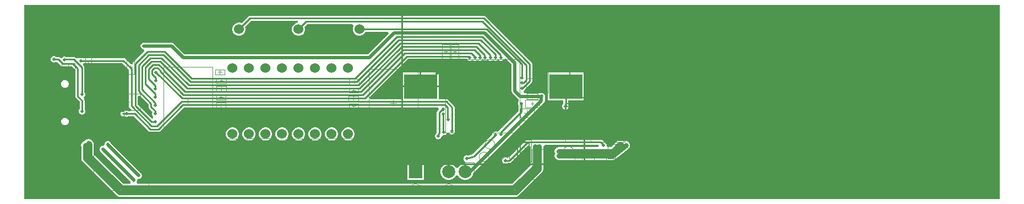
<source format=gbl>
G04*
G04 #@! TF.GenerationSoftware,Altium Limited,CircuitMaker,2.3.0 (2.3.0.3)*
G04*
G04 Layer_Physical_Order=2*
G04 Layer_Color=11436288*
%FSLAX24Y24*%
%MOIN*%
G70*
G04*
G04 #@! TF.SameCoordinates,62DF6C69-0E12-47AE-8EFD-CE483A3DE62D*
G04*
G04*
G04 #@! TF.FilePolarity,Positive*
G04*
G01*
G75*
%ADD10C,0.0039*%
%ADD11C,0.0059*%
%ADD12C,0.0020*%
%ADD13C,0.0100*%
%ADD14C,0.0079*%
%ADD15C,0.0050*%
%ADD95C,0.0200*%
%ADD96C,0.0300*%
%ADD102C,0.0195*%
%ADD103R,0.0787X0.0787*%
%ADD104C,0.0787*%
%ADD105C,0.0600*%
%ADD106C,0.1417*%
G04:AMPARAMS|DCode=107|XSize=39.4mil|YSize=86.6mil|CornerRadius=19.7mil|HoleSize=0mil|Usage=FLASHONLY|Rotation=270.000|XOffset=0mil|YOffset=0mil|HoleType=Round|Shape=RoundedRectangle|*
%AMROUNDEDRECTD107*
21,1,0.0394,0.0472,0,0,270.0*
21,1,0.0000,0.0866,0,0,270.0*
1,1,0.0394,-0.0236,0.0000*
1,1,0.0394,-0.0236,0.0000*
1,1,0.0394,0.0236,0.0000*
1,1,0.0394,0.0236,0.0000*
%
%ADD107ROUNDEDRECTD107*%
G04:AMPARAMS|DCode=108|XSize=39.4mil|YSize=78.7mil|CornerRadius=19.7mil|HoleSize=0mil|Usage=FLASHONLY|Rotation=270.000|XOffset=0mil|YOffset=0mil|HoleType=Round|Shape=RoundedRectangle|*
%AMROUNDEDRECTD108*
21,1,0.0394,0.0394,0,0,270.0*
21,1,0.0000,0.0787,0,0,270.0*
1,1,0.0394,-0.0197,0.0000*
1,1,0.0394,-0.0197,0.0000*
1,1,0.0394,0.0197,0.0000*
1,1,0.0394,0.0197,0.0000*
%
%ADD108ROUNDEDRECTD108*%
%ADD109C,0.0700*%
%ADD110C,0.0236*%
%ADD111R,0.2000X0.1500*%
G36*
X59066Y5D02*
X16D01*
Y11825D01*
X59066D01*
Y5D01*
D02*
G37*
%LPC*%
G36*
X27823Y11158D02*
X13676D01*
X13617Y11146D01*
X13568Y11113D01*
X13161Y10707D01*
X13160Y10708D01*
X13058Y10735D01*
X12953D01*
X12851Y10708D01*
X12760Y10655D01*
X12686Y10581D01*
X12633Y10489D01*
X12606Y10388D01*
Y10282D01*
X12633Y10181D01*
X12686Y10089D01*
X12760Y10015D01*
X12851Y9962D01*
X12953Y9935D01*
X13058D01*
X13160Y9962D01*
X13251Y10015D01*
X13326Y10089D01*
X13378Y10181D01*
X13406Y10282D01*
Y10388D01*
X13378Y10489D01*
X13378Y10491D01*
X13739Y10852D01*
X16553D01*
X16561Y10851D01*
X16563Y10735D01*
X16552Y10732D01*
X16461Y10708D01*
X16370Y10655D01*
X16296Y10581D01*
X16243Y10489D01*
X16216Y10388D01*
Y10282D01*
X16243Y10181D01*
X16296Y10089D01*
X16370Y10015D01*
X16461Y9962D01*
X16563Y9935D01*
X16668D01*
X16770Y9962D01*
X16861Y10015D01*
X16936Y10089D01*
X16988Y10181D01*
X17016Y10282D01*
Y10388D01*
X16988Y10489D01*
X16988Y10491D01*
X17147Y10650D01*
X19874D01*
X19942Y10532D01*
X19923Y10499D01*
X19896Y10398D01*
Y10292D01*
X19923Y10191D01*
X19976Y10099D01*
X20050Y10025D01*
X20141Y9972D01*
X20243Y9945D01*
X20348D01*
X20450Y9972D01*
X20541Y10025D01*
X20616Y10099D01*
X20668Y10191D01*
X20669Y10192D01*
X22037D01*
X22082Y10083D01*
X21263Y9264D01*
X21248Y9258D01*
X21193Y9202D01*
X21187Y9188D01*
X20818Y8819D01*
X9720D01*
X9080Y9459D01*
X9014Y9503D01*
X8936Y9519D01*
X7256D01*
X7178Y9503D01*
X7112Y9459D01*
X7067Y9393D01*
X7052Y9315D01*
X7067Y9237D01*
X7112Y9171D01*
X7178Y9127D01*
X7219Y9118D01*
X7224Y9117D01*
X7232Y9106D01*
X7261Y9036D01*
X7263Y8993D01*
X6620Y8350D01*
X6587Y8300D01*
X6577Y8247D01*
X6532Y8218D01*
X6466Y8191D01*
X6124Y8533D01*
X6074Y8566D01*
X6016Y8578D01*
X3552D01*
X3538Y8592D01*
X3465Y8622D01*
X3386D01*
X3314Y8592D01*
X3300Y8579D01*
X3151Y8562D01*
X3110Y8602D01*
X3061Y8635D01*
X3002Y8647D01*
X2558D01*
X2557Y8648D01*
X2485Y8678D01*
X2406D01*
X2334Y8648D01*
X2278Y8592D01*
X2162Y8621D01*
X2138Y8637D01*
X2080Y8649D01*
X1936D01*
X1921Y8664D01*
X1849Y8694D01*
X1770D01*
X1698Y8664D01*
X1642Y8608D01*
X1612Y8535D01*
Y8457D01*
X1642Y8384D01*
X1698Y8329D01*
X1770Y8299D01*
X1849D01*
X1921Y8329D01*
X2043Y8317D01*
X2235Y8125D01*
X2284Y8092D01*
X2343Y8080D01*
X2824D01*
X2841Y8083D01*
X2883D01*
X3092Y7874D01*
Y6258D01*
X3104Y6199D01*
X3137Y6149D01*
X3357Y5930D01*
Y5478D01*
X3342Y5463D01*
X3312Y5391D01*
Y5312D01*
X3342Y5240D01*
X3398Y5184D01*
X3471Y5154D01*
X3549D01*
X3622Y5184D01*
X3677Y5240D01*
X3707Y5312D01*
Y5391D01*
X3677Y5463D01*
X3663Y5478D01*
Y5993D01*
X3651Y6051D01*
X3634Y6077D01*
X3604Y6193D01*
X3660Y6248D01*
X3690Y6321D01*
Y6399D01*
X3660Y6472D01*
X3646Y6486D01*
Y8003D01*
X3634Y8062D01*
X3601Y8112D01*
X3563Y8150D01*
X3562Y8161D01*
X3607Y8272D01*
X5952D01*
X6343Y7882D01*
Y5675D01*
X6354Y5616D01*
X6388Y5567D01*
X6497Y5457D01*
X6452Y5348D01*
X6321D01*
X6304Y5365D01*
X6232Y5395D01*
X6153D01*
X6081Y5365D01*
X6063Y5348D01*
X5986D01*
X5927Y5336D01*
X5878Y5303D01*
X5844Y5253D01*
X5833Y5195D01*
X5844Y5136D01*
X5878Y5087D01*
X5927Y5054D01*
X5986Y5042D01*
X6069D01*
X6081Y5030D01*
X6153Y5000D01*
X6232D01*
X6304Y5030D01*
X6316Y5042D01*
X6630D01*
X7522Y4149D01*
X7572Y4116D01*
X7630Y4105D01*
X8131D01*
X8190Y4116D01*
X8239Y4149D01*
X9669Y5579D01*
X25057D01*
X25106Y5461D01*
X25030Y5386D01*
X24997Y5336D01*
X24985Y5277D01*
Y4070D01*
X24959Y4044D01*
X24926Y3994D01*
X24923Y3982D01*
X24900Y3958D01*
X24869Y3886D01*
Y3807D01*
X24900Y3735D01*
X24955Y3679D01*
X25028Y3649D01*
X25106D01*
X25179Y3679D01*
X25234Y3735D01*
X25264Y3807D01*
X25350Y3892D01*
X25373Y3893D01*
X25430D01*
X25503Y3923D01*
X25558Y3979D01*
X25585Y4044D01*
X25612Y4053D01*
X25706Y4060D01*
X25709Y4054D01*
X25724Y4016D01*
X25780Y3961D01*
X25852Y3931D01*
X25931D01*
X26004Y3961D01*
X26059Y4016D01*
X26089Y4089D01*
Y4167D01*
X26067Y4221D01*
Y5580D01*
X26055Y5638D01*
X26022Y5688D01*
X25669Y6041D01*
X25620Y6074D01*
X25561Y6085D01*
X25097D01*
Y6810D01*
X23999D01*
X22901D01*
Y6085D01*
X20939D01*
X20894Y6194D01*
X23232Y8532D01*
X26798D01*
X26818Y8483D01*
X26874Y8428D01*
X26946Y8397D01*
X27025D01*
X27098Y8428D01*
X27146Y8476D01*
X27184Y8438D01*
X27256Y8407D01*
X27335D01*
X27408Y8438D01*
X27457Y8487D01*
X27495Y8449D01*
X27568Y8419D01*
X27646D01*
X27719Y8449D01*
X27763Y8493D01*
X27799Y8456D01*
X27872Y8426D01*
X27950D01*
X28023Y8456D01*
X28065Y8499D01*
X28119Y8446D01*
X28192Y8416D01*
X28270D01*
X28343Y8446D01*
X28386Y8489D01*
X28431Y8444D01*
X28504Y8414D01*
X28582D01*
X28655Y8444D01*
X28706Y8495D01*
X28752Y8449D01*
X28824Y8419D01*
X28903D01*
X28976Y8449D01*
X29027Y8500D01*
X29032Y8504D01*
X29168Y8526D01*
X29512Y8182D01*
Y6585D01*
X29527Y6507D01*
X29572Y6441D01*
X29902Y6111D01*
X29902Y6111D01*
X29935Y6088D01*
X29945Y6066D01*
X29955Y5982D01*
X29950Y5950D01*
X29927Y5926D01*
X29897Y5853D01*
Y5775D01*
X29927Y5702D01*
X29941Y5688D01*
Y5360D01*
X29686Y5105D01*
X29670Y5095D01*
X28751Y4175D01*
X28746Y4168D01*
X28704Y4124D01*
X28595Y4113D01*
X28593Y4114D01*
X28514D01*
X28442Y4084D01*
X28386Y4028D01*
X28356Y3955D01*
Y3935D01*
X27156Y2735D01*
X26876Y2651D01*
X26840Y2666D01*
X26761D01*
X26688Y2636D01*
X26633Y2580D01*
X26603Y2508D01*
Y2429D01*
X26633Y2357D01*
X26688Y2301D01*
X26716Y2290D01*
X26692Y2172D01*
X26640D01*
X26515Y2138D01*
X26402Y2073D01*
X26310Y1981D01*
X26270Y1911D01*
X26269Y1911D01*
X26141D01*
X26140Y1911D01*
X26100Y1981D01*
X26008Y2073D01*
X25896Y2138D01*
X25770Y2172D01*
X25640D01*
X25515Y2138D01*
X25402Y2073D01*
X25310Y1981D01*
X25245Y1869D01*
X25212Y1743D01*
Y1613D01*
X25245Y1487D01*
X25310Y1375D01*
X25402Y1283D01*
X25515Y1218D01*
X25640Y1184D01*
X25770D01*
X25896Y1218D01*
X26008Y1283D01*
X26100Y1375D01*
X26140Y1445D01*
X26141Y1445D01*
X26269D01*
X26270Y1445D01*
X26310Y1375D01*
X26402Y1283D01*
X26515Y1218D01*
X26640Y1184D01*
X26770D01*
X26896Y1218D01*
X27008Y1283D01*
X27100Y1375D01*
X27165Y1487D01*
X27187Y1567D01*
X31466Y5846D01*
X31466Y5846D01*
X31510Y5912D01*
X31526Y5990D01*
X31526Y5990D01*
Y6207D01*
X31537Y6233D01*
Y6312D01*
X31507Y6384D01*
X31451Y6440D01*
X31378Y6470D01*
X31300D01*
X31273Y6459D01*
X30265D01*
X30242Y6577D01*
X30261Y6585D01*
X30317Y6640D01*
X30340Y6697D01*
X30714Y7071D01*
X30748Y7121D01*
X30759Y7180D01*
Y8221D01*
X30748Y8280D01*
X30714Y8330D01*
X27931Y11113D01*
X27881Y11146D01*
X27823Y11158D01*
D02*
G37*
G36*
X25097Y7708D02*
X24048D01*
Y6908D01*
X25097D01*
Y7708D01*
D02*
G37*
G36*
X23950D02*
X22901D01*
Y6908D01*
X23950D01*
Y7708D01*
D02*
G37*
G36*
X2509Y7237D02*
X2418D01*
X2335Y7203D01*
X2270Y7139D01*
X2236Y7055D01*
Y6964D01*
X2270Y6880D01*
X2335Y6816D01*
X2418Y6781D01*
X2509D01*
X2593Y6816D01*
X2657Y6880D01*
X2692Y6964D01*
Y7055D01*
X2657Y7139D01*
X2593Y7203D01*
X2509Y7237D01*
D02*
G37*
G36*
X33899Y7709D02*
X31699D01*
Y6009D01*
X32646D01*
Y5790D01*
X32616Y5760D01*
X32586Y5688D01*
Y5609D01*
X32616Y5537D01*
X32672Y5481D01*
X32744Y5451D01*
X32823D01*
X32895Y5481D01*
X32951Y5537D01*
X32981Y5609D01*
Y5688D01*
X32952Y5758D01*
Y6009D01*
X33899D01*
Y7709D01*
D02*
G37*
G36*
X2509Y4954D02*
X2418D01*
X2335Y4919D01*
X2270Y4855D01*
X2236Y4771D01*
Y4681D01*
X2270Y4597D01*
X2335Y4533D01*
X2418Y4498D01*
X2509D01*
X2593Y4533D01*
X2657Y4597D01*
X2692Y4681D01*
Y4771D01*
X2657Y4855D01*
X2593Y4919D01*
X2509Y4954D01*
D02*
G37*
G36*
X19668Y4365D02*
X19563D01*
X19461Y4338D01*
X19370Y4285D01*
X19296Y4211D01*
X19243Y4119D01*
X19216Y4018D01*
Y3912D01*
X19243Y3811D01*
X19296Y3719D01*
X19370Y3645D01*
X19461Y3592D01*
X19563Y3565D01*
X19668D01*
X19770Y3592D01*
X19861Y3645D01*
X19936Y3719D01*
X19988Y3811D01*
X20016Y3912D01*
Y4018D01*
X19988Y4119D01*
X19936Y4211D01*
X19861Y4285D01*
X19770Y4338D01*
X19668Y4365D01*
D02*
G37*
G36*
X18668D02*
X18563D01*
X18461Y4338D01*
X18370Y4285D01*
X18296Y4211D01*
X18243Y4119D01*
X18216Y4018D01*
Y3912D01*
X18243Y3811D01*
X18296Y3719D01*
X18370Y3645D01*
X18461Y3592D01*
X18563Y3565D01*
X18668D01*
X18770Y3592D01*
X18861Y3645D01*
X18936Y3719D01*
X18988Y3811D01*
X19016Y3912D01*
Y4018D01*
X18988Y4119D01*
X18936Y4211D01*
X18861Y4285D01*
X18770Y4338D01*
X18668Y4365D01*
D02*
G37*
G36*
X17668D02*
X17563D01*
X17461Y4338D01*
X17370Y4285D01*
X17296Y4211D01*
X17243Y4119D01*
X17216Y4018D01*
Y3912D01*
X17243Y3811D01*
X17296Y3719D01*
X17370Y3645D01*
X17461Y3592D01*
X17563Y3565D01*
X17668D01*
X17770Y3592D01*
X17861Y3645D01*
X17936Y3719D01*
X17988Y3811D01*
X18016Y3912D01*
Y4018D01*
X17988Y4119D01*
X17936Y4211D01*
X17861Y4285D01*
X17770Y4338D01*
X17668Y4365D01*
D02*
G37*
G36*
X16668D02*
X16563D01*
X16461Y4338D01*
X16370Y4285D01*
X16296Y4211D01*
X16243Y4119D01*
X16216Y4018D01*
Y3912D01*
X16243Y3811D01*
X16296Y3719D01*
X16370Y3645D01*
X16461Y3592D01*
X16563Y3565D01*
X16668D01*
X16770Y3592D01*
X16861Y3645D01*
X16936Y3719D01*
X16988Y3811D01*
X17016Y3912D01*
Y4018D01*
X16988Y4119D01*
X16936Y4211D01*
X16861Y4285D01*
X16770Y4338D01*
X16668Y4365D01*
D02*
G37*
G36*
X15668D02*
X15563D01*
X15461Y4338D01*
X15370Y4285D01*
X15296Y4211D01*
X15243Y4119D01*
X15216Y4018D01*
Y3912D01*
X15243Y3811D01*
X15296Y3719D01*
X15370Y3645D01*
X15461Y3592D01*
X15563Y3565D01*
X15668D01*
X15770Y3592D01*
X15861Y3645D01*
X15936Y3719D01*
X15988Y3811D01*
X16016Y3912D01*
Y4018D01*
X15988Y4119D01*
X15936Y4211D01*
X15861Y4285D01*
X15770Y4338D01*
X15668Y4365D01*
D02*
G37*
G36*
X14668D02*
X14563D01*
X14461Y4338D01*
X14370Y4285D01*
X14296Y4211D01*
X14243Y4119D01*
X14216Y4018D01*
Y3912D01*
X14243Y3811D01*
X14296Y3719D01*
X14370Y3645D01*
X14461Y3592D01*
X14563Y3565D01*
X14668D01*
X14770Y3592D01*
X14861Y3645D01*
X14936Y3719D01*
X14988Y3811D01*
X15016Y3912D01*
Y4018D01*
X14988Y4119D01*
X14936Y4211D01*
X14861Y4285D01*
X14770Y4338D01*
X14668Y4365D01*
D02*
G37*
G36*
X13668D02*
X13563D01*
X13461Y4338D01*
X13370Y4285D01*
X13296Y4211D01*
X13243Y4119D01*
X13216Y4018D01*
Y3912D01*
X13243Y3811D01*
X13296Y3719D01*
X13370Y3645D01*
X13461Y3592D01*
X13563Y3565D01*
X13668D01*
X13770Y3592D01*
X13861Y3645D01*
X13936Y3719D01*
X13988Y3811D01*
X14016Y3912D01*
Y4018D01*
X13988Y4119D01*
X13936Y4211D01*
X13861Y4285D01*
X13770Y4338D01*
X13668Y4365D01*
D02*
G37*
G36*
X12668D02*
X12563D01*
X12461Y4338D01*
X12370Y4285D01*
X12296Y4211D01*
X12243Y4119D01*
X12216Y4018D01*
Y3912D01*
X12243Y3811D01*
X12296Y3719D01*
X12370Y3645D01*
X12461Y3592D01*
X12563Y3565D01*
X12668D01*
X12770Y3592D01*
X12861Y3645D01*
X12936Y3719D01*
X12988Y3811D01*
X13016Y3912D01*
Y4018D01*
X12988Y4119D01*
X12936Y4211D01*
X12861Y4285D01*
X12770Y4338D01*
X12668Y4365D01*
D02*
G37*
G36*
X3892Y3674D02*
X3794Y3655D01*
X3711Y3600D01*
X3656Y3517D01*
X3655Y3513D01*
X3598Y3501D01*
X3516Y3446D01*
X3460Y3363D01*
X3441Y3266D01*
X3460Y3168D01*
X3466Y3160D01*
Y2468D01*
X3486Y2370D01*
X3541Y2288D01*
X5598Y230D01*
X5681Y175D01*
X5779Y156D01*
X29761D01*
X29859Y175D01*
X29941Y230D01*
X31353Y1642D01*
X31409Y1725D01*
X31428Y1823D01*
Y3213D01*
X31529Y3312D01*
X34768D01*
X34796Y3288D01*
X34757Y3183D01*
X34742Y3170D01*
X32375D01*
X32277Y3150D01*
X32195Y3095D01*
X32139Y3012D01*
X32120Y2915D01*
X32139Y2817D01*
X32164Y2781D01*
X32138Y2742D01*
X32118Y2645D01*
X32138Y2547D01*
X32193Y2465D01*
X32275Y2409D01*
X32373Y2390D01*
X35646D01*
X35682Y2397D01*
X35718Y2400D01*
X35730Y2407D01*
X35743Y2409D01*
X35774Y2430D01*
X35806Y2447D01*
X36437Y2957D01*
X36439Y2959D01*
X36439Y2959D01*
X36439Y2959D01*
X36593Y3083D01*
X36657Y3160D01*
X36687Y3255D01*
X36678Y3354D01*
X36631Y3442D01*
X36555Y3505D01*
X36460Y3535D01*
X36361Y3526D01*
X36304Y3496D01*
X36255Y3529D01*
X36157Y3549D01*
X36020D01*
X35923Y3529D01*
X35840Y3474D01*
X35536Y3170D01*
X35310D01*
X35273Y3226D01*
Y3304D01*
X35243Y3377D01*
X35188Y3432D01*
X35148Y3449D01*
X35024Y3573D01*
X34975Y3606D01*
X34916Y3618D01*
X30492D01*
X30433Y3606D01*
X30384Y3573D01*
X29374Y2563D01*
X29264Y2522D01*
X29192Y2552D01*
X29113D01*
X29041Y2522D01*
X28985Y2466D01*
X28955Y2393D01*
Y2315D01*
X28985Y2242D01*
X29041Y2187D01*
X29113Y2157D01*
X29192D01*
X29264Y2187D01*
X29278Y2200D01*
X29343Y2199D01*
X29344Y2200D01*
X29344Y2199D01*
X29380D01*
X29438Y2211D01*
X29488Y2244D01*
X30502Y3259D01*
X30568Y3256D01*
X30674Y3215D01*
Y2080D01*
X29542Y948D01*
X6866D01*
X6835Y992D01*
X6805Y1066D01*
X6827Y1119D01*
Y1146D01*
X6841Y1169D01*
X6926Y1235D01*
X6942Y1242D01*
X6965Y1246D01*
X6971D01*
X6978Y1249D01*
X7010Y1256D01*
X7038Y1274D01*
X7044Y1277D01*
X7049Y1281D01*
X7076Y1300D01*
X7095Y1327D01*
X7099Y1332D01*
X7102Y1338D01*
X7120Y1366D01*
X7127Y1398D01*
X7130Y1405D01*
Y1411D01*
X7136Y1444D01*
X7130Y1476D01*
Y1483D01*
X7127Y1489D01*
X7120Y1522D01*
X7102Y1550D01*
X7099Y1556D01*
X7095Y1560D01*
X7076Y1588D01*
X5242Y3422D01*
X5234Y3442D01*
X5178Y3497D01*
X5106Y3527D01*
X5027D01*
X4955Y3497D01*
X4899Y3442D01*
X4869Y3369D01*
Y3342D01*
X4853Y3314D01*
X4840Y3296D01*
X4775Y3255D01*
X4755Y3246D01*
X4732Y3242D01*
X4725D01*
X4719Y3239D01*
X4686Y3233D01*
X4659Y3214D01*
X4653Y3212D01*
X4648Y3207D01*
X4620Y3189D01*
X4602Y3161D01*
X4597Y3156D01*
X4595Y3150D01*
X4576Y3123D01*
X4570Y3090D01*
X4567Y3084D01*
Y3077D01*
X4561Y3044D01*
X4567Y3012D01*
Y3005D01*
X4570Y2999D01*
X4576Y2966D01*
X4595Y2939D01*
X4597Y2933D01*
X4602Y2928D01*
X4620Y2900D01*
X6454Y1066D01*
X6455Y1066D01*
X6425Y992D01*
X6394Y948D01*
X6003D01*
X4231Y2720D01*
Y3335D01*
X4211Y3433D01*
X4156Y3516D01*
X4072Y3600D01*
X3989Y3655D01*
X3892Y3674D01*
D02*
G37*
G36*
X24199Y2172D02*
X23212D01*
Y1184D01*
X24199D01*
Y2172D01*
D02*
G37*
%LPD*%
G36*
X7535Y5749D02*
Y5622D01*
X7547Y5564D01*
X7580Y5514D01*
X7778Y5316D01*
X7768Y5307D01*
X7738Y5234D01*
Y5156D01*
X7768Y5083D01*
X7809Y5042D01*
X7807Y4963D01*
X7795Y4916D01*
X7740Y4896D01*
X6881Y5755D01*
Y6249D01*
X6990Y6294D01*
X7535Y5749D01*
D02*
G37*
D10*
X4197Y3888D02*
X7544D01*
Y542D02*
Y3888D01*
X4197Y542D02*
X7544D01*
X4197D02*
Y3888D01*
X26015Y640D02*
G03*
X26015Y640I-295J0D01*
G01*
X33251Y2925D02*
G03*
X33251Y2925I-295J0D01*
G01*
X5818Y9449D02*
G03*
X5818Y9449I-295J0D01*
G01*
X6859Y9444D02*
G03*
X6859Y9444I-295J0D01*
G01*
X4780Y9454D02*
G03*
X4780Y9454I-295J0D01*
G01*
X28144Y2582D02*
G03*
X28144Y2582I-295J0D01*
G01*
X28494Y3332D02*
G03*
X28494Y3332I-295J0D01*
G01*
X32941Y1465D02*
G03*
X32941Y1465I-295J0D01*
G01*
X23988Y649D02*
G03*
X23988Y649I-295J0D01*
G01*
X4542Y7346D02*
Y7563D01*
X4434Y7455D02*
X4651D01*
X35147Y4818D02*
X35541D01*
X35344Y4621D02*
Y5015D01*
X19835Y6135D02*
X20051D01*
X19943Y6027D02*
Y6243D01*
X5983Y5913D02*
X6377D01*
X6180Y5717D02*
Y6110D01*
X14134Y3066D02*
X14528D01*
X14331Y2869D02*
Y3263D01*
X23154Y1127D02*
X27249D01*
Y2229D01*
X23154D02*
X27249D01*
X23154Y1127D02*
Y2229D01*
X27562Y6272D02*
X27956D01*
X27759Y6075D02*
Y6469D01*
X1573Y7947D02*
Y8163D01*
X1465Y8055D02*
X1681D01*
X2676Y7947D02*
Y8163D01*
X2567Y8055D02*
X2784D01*
X19965Y5027D02*
Y5243D01*
X19857Y5135D02*
X20074D01*
X20426Y4012D02*
Y4228D01*
X20317Y4120D02*
X20534D01*
X18047Y2987D02*
X18264D01*
X18155Y2879D02*
Y3095D01*
X15908Y3001D02*
X16125D01*
X16017Y2893D02*
Y3109D01*
X13173Y2978D02*
X13390D01*
X13281Y2870D02*
Y3087D01*
X11029Y2946D02*
X11246D01*
X11138Y2838D02*
Y3054D01*
X19218Y2866D02*
Y3260D01*
X19021Y3063D02*
X19414D01*
X17093Y2863D02*
Y3257D01*
X16897Y3060D02*
X17290D01*
X12228Y2865D02*
Y3259D01*
X12032Y3062D02*
X12425D01*
X11904Y5137D02*
Y5353D01*
X11796Y5245D02*
X12012D01*
X11909Y4612D02*
Y4829D01*
X11801Y4720D02*
X12017D01*
X22351Y5661D02*
Y6055D01*
X22154Y5858D02*
X22548D01*
X20874Y7925D02*
X23827D01*
X20874Y3791D02*
X23827D01*
X20874D02*
Y7925D01*
X23827Y3791D02*
Y7925D01*
X9922Y5775D02*
Y6169D01*
X9725Y5972D02*
X10119D01*
X8445Y3905D02*
X11398D01*
X8445Y8039D02*
X11398D01*
Y3905D02*
Y8039D01*
X8445Y3905D02*
Y8039D01*
X29492Y2925D02*
X29709D01*
X29600Y2816D02*
Y3033D01*
X30300Y2738D02*
Y3131D01*
X30104Y2935D02*
X30497D01*
X31876Y2037D02*
Y2253D01*
X31767Y2145D02*
X31984D01*
X30979Y2125D02*
X31373D01*
X31176Y1928D02*
Y2322D01*
X33278Y1975D02*
X33514D01*
X33396Y1857D02*
Y2093D01*
X36983Y2452D02*
Y2688D01*
X36865Y2570D02*
X37101D01*
X33546Y2487D02*
Y2703D01*
X33437Y2595D02*
X33654D01*
X34007Y2845D02*
X34224D01*
X34116Y2737D02*
Y2953D01*
X34870Y1754D02*
Y2148D01*
X34673Y1951D02*
X35067D01*
X35576Y2786D02*
Y3002D01*
X35467Y2894D02*
X35684D01*
X33189Y4745D02*
X33583D01*
X33386Y4548D02*
Y4942D01*
X33536Y10418D02*
Y10812D01*
X33339Y10615D02*
X33733D01*
X37001Y5712D02*
Y5948D01*
X36883Y5830D02*
X37119D01*
X36956Y8617D02*
Y8853D01*
X36838Y8735D02*
X37074D01*
X42871Y8652D02*
Y8888D01*
X42753Y8770D02*
X42989D01*
X42849Y2426D02*
Y2662D01*
X42731Y2544D02*
X42967D01*
X42735Y5675D02*
X42972D01*
X42853Y5557D02*
Y5793D01*
X48690Y5642D02*
Y5878D01*
X48572Y5760D02*
X48809D01*
X48728Y8837D02*
Y9073D01*
X48610Y8955D02*
X48846D01*
X48606Y2457D02*
Y2693D01*
X48488Y2575D02*
X48724D01*
X54878Y2685D02*
X55114D01*
X54996Y2567D02*
Y2803D01*
X54835Y5815D02*
X55072D01*
X54953Y5697D02*
Y5933D01*
X54893Y8847D02*
Y9083D01*
X54775Y8965D02*
X55012D01*
X33791Y9923D02*
X34007D01*
X33899Y9815D02*
Y10032D01*
X34509Y7905D02*
X34903D01*
X34706Y7708D02*
Y8102D01*
X26066Y8877D02*
Y9093D01*
X25957Y8985D02*
X26174D01*
X11823Y6713D02*
X12040D01*
X11932Y6605D02*
Y6822D01*
X11832Y7213D02*
X12049D01*
X11940Y7105D02*
Y7322D01*
X11810Y5715D02*
X12026D01*
X11918Y5607D02*
Y5823D01*
X11812Y6203D02*
X12029D01*
X11921Y6094D02*
Y6311D01*
X11748Y7734D02*
X11964D01*
X11856Y7625D02*
Y7842D01*
X30259Y5252D02*
X30653D01*
X30456Y5055D02*
Y5448D01*
X19847Y6625D02*
X20063D01*
X19955Y6517D02*
Y6733D01*
X19845Y5665D02*
X20062D01*
X19953Y5557D02*
Y5773D01*
X5570Y5175D02*
X5806D01*
X5688Y5057D02*
Y5293D01*
X3886Y8930D02*
Y9146D01*
X3777Y9038D02*
X3994D01*
X30769Y6144D02*
Y6361D01*
X30661Y6252D02*
X30877D01*
X3778Y8265D02*
X3994D01*
X3886Y8157D02*
Y8373D01*
X19859Y7149D02*
X20076D01*
X19968Y7040D02*
Y7257D01*
X30531Y6902D02*
X30747D01*
X30639Y6794D02*
Y7011D01*
X6326Y8027D02*
X6542D01*
X6434Y7918D02*
Y8135D01*
X3396Y8927D02*
Y9143D01*
X3287Y9035D02*
X3504D01*
X31319Y6941D02*
Y7335D01*
X31122Y7138D02*
X31516D01*
X19877Y4750D02*
X20094D01*
X19985Y4642D02*
Y4858D01*
X25417Y8986D02*
X25634D01*
X25526Y8878D02*
Y9094D01*
X30768Y5694D02*
Y5911D01*
X30660Y5802D02*
X30876D01*
X5100Y4228D02*
Y4622D01*
X4904Y4425D02*
X5297D01*
D11*
X30576Y2385D02*
Y3485D01*
X30025Y2385D02*
X30576D01*
X30025D02*
Y3485D01*
X30576D01*
X31044Y6588D02*
Y7688D01*
X31595D01*
Y6588D02*
Y7688D01*
X31044Y6588D02*
X31595D01*
X32811Y3839D02*
X33961D01*
Y5650D01*
X32811D02*
X33961D01*
X32811Y3839D02*
Y5650D01*
D12*
X4306Y7022D02*
X4779D01*
X4306Y7888D02*
X4779D01*
X4306Y7022D02*
Y7888D01*
X4779Y7022D02*
Y7888D01*
X36388Y3480D02*
Y6157D01*
X34301Y3480D02*
Y6157D01*
X36388D01*
X34301Y3480D02*
X36388D01*
X19648Y5977D02*
Y6292D01*
X20238Y5977D02*
Y6292D01*
X19648D02*
X20238D01*
X19648Y5977D02*
X20238D01*
X5334Y5402D02*
Y6425D01*
X7027Y5402D02*
Y6425D01*
X5334D02*
X7027D01*
X5334Y5402D02*
X7027D01*
X13465Y2436D02*
Y3696D01*
X15197Y2436D02*
Y3696D01*
X13465D02*
X15197D01*
X13465Y2436D02*
X15197D01*
X30003Y4028D02*
Y8516D01*
X25515Y4028D02*
Y8516D01*
Y4028D02*
X30003D01*
X25515Y8516D02*
X30003D01*
X1160Y7838D02*
X1987D01*
X1160Y8271D02*
X1987D01*
Y7838D02*
Y8271D01*
X1160Y7838D02*
Y8271D01*
X2262Y8271D02*
X3089D01*
X2262Y7838D02*
X3089D01*
X2262D02*
Y8271D01*
X3089Y7838D02*
Y8271D01*
X19623Y4958D02*
X20307D01*
X19623Y5312D02*
X20307D01*
Y4958D02*
Y5312D01*
X19623Y4958D02*
Y5312D01*
X20084Y3943D02*
X20768D01*
X20084Y4297D02*
X20768D01*
Y3943D02*
Y4297D01*
X20084Y3943D02*
Y4297D01*
X18333Y2645D02*
Y3329D01*
X17978Y2645D02*
Y3329D01*
X18333D01*
X17978Y2645D02*
X18333D01*
X16194Y2659D02*
Y3343D01*
X15840Y2659D02*
Y3343D01*
X16194D01*
X15840Y2659D02*
X16194D01*
X13459Y2637D02*
Y3320D01*
X13104Y2637D02*
Y3320D01*
X13459D01*
X13104Y2637D02*
X13459D01*
X11315Y2604D02*
Y3288D01*
X10961Y2604D02*
Y3288D01*
X11315D01*
X10961Y2604D02*
X11315D01*
X18351Y2433D02*
X20084D01*
X18351Y3693D02*
X20084D01*
Y2433D02*
Y3693D01*
X18351Y2433D02*
Y3693D01*
X16227Y2430D02*
X17960D01*
X16227Y3690D02*
X17960D01*
Y2430D02*
Y3690D01*
X16227Y2430D02*
Y3690D01*
X11362Y2432D02*
X13094D01*
X11362Y3692D02*
X13094D01*
Y2432D02*
Y3692D01*
X11362Y2432D02*
Y3692D01*
X11562Y5422D02*
X12246D01*
X11562Y5068D02*
X12246D01*
X11562D02*
Y5422D01*
X12246Y5068D02*
Y5422D01*
X11567Y4897D02*
X12251D01*
X11567Y4543D02*
X12251D01*
X11567D02*
Y4897D01*
X12251Y4543D02*
Y4897D01*
X31201Y4113D02*
X31595D01*
X31398Y3916D02*
Y4310D01*
X32776Y3444D02*
Y4782D01*
X30020D02*
X32776D01*
X30020Y3444D02*
Y4782D01*
Y3444D02*
X32776D01*
X29364Y2492D02*
Y3358D01*
X29837Y2492D02*
Y3358D01*
X29364Y2492D02*
X29837D01*
X29364Y3358D02*
X29837D01*
X29887Y3604D02*
X30714D01*
X29887Y2265D02*
X30714D01*
Y3604D01*
X29887Y2265D02*
Y3604D01*
X31640Y2578D02*
X32112D01*
X31640Y1712D02*
X32112D01*
Y2578D01*
X31640Y1712D02*
Y2578D01*
X30723Y1219D02*
Y3030D01*
X31628Y1219D02*
Y3030D01*
X30723Y1219D02*
X31628D01*
X30723Y3030D02*
X31628D01*
X33750Y1798D02*
Y2152D01*
X33041Y1798D02*
Y2152D01*
Y1798D02*
X33750D01*
X33041Y2152D02*
X33750D01*
X36688Y2412D02*
X37279D01*
X36688Y2727D02*
X37279D01*
Y2412D02*
Y2727D01*
X36688Y2412D02*
Y2727D01*
X33329Y2182D02*
X33762D01*
X33329Y3008D02*
X33762D01*
X33329Y2182D02*
Y3008D01*
X33762Y2182D02*
Y3008D01*
X33820Y2687D02*
Y3002D01*
X34411Y2687D02*
Y3002D01*
X33820D02*
X34411D01*
X33820Y2687D02*
X34411D01*
X34496Y1203D02*
X35244D01*
X34496Y2699D02*
X35244D01*
X34496Y1203D02*
Y2699D01*
X35244Y1203D02*
Y2699D01*
X35340Y2461D02*
X35812D01*
X35340Y3327D02*
X35812D01*
X35340Y2461D02*
Y3327D01*
X35812Y2461D02*
Y3327D01*
X32630Y11068D02*
X34441D01*
X32630Y10162D02*
X34441D01*
X32630D02*
Y11068D01*
X34441Y10162D02*
Y11068D01*
X36706Y5672D02*
X37296D01*
X36706Y5987D02*
X37296D01*
Y5672D02*
Y5987D01*
X36706Y5672D02*
Y5987D01*
X36660Y8577D02*
X37251D01*
X36660Y8892D02*
X37251D01*
Y8577D02*
Y8892D01*
X36660Y8577D02*
Y8892D01*
X42576Y8612D02*
X43166D01*
X42576Y8927D02*
X43166D01*
Y8612D02*
Y8927D01*
X42576Y8612D02*
Y8927D01*
X42553Y2387D02*
X43144D01*
X42553Y2702D02*
X43144D01*
Y2387D02*
Y2702D01*
X42553Y2387D02*
Y2702D01*
X42558Y5517D02*
Y5832D01*
X43149Y5517D02*
Y5832D01*
X42558D02*
X43149D01*
X42558Y5517D02*
X43149D01*
X48395Y5602D02*
X48986D01*
X48395Y5917D02*
X48986D01*
Y5602D02*
Y5917D01*
X48395Y5602D02*
Y5917D01*
X48433Y8797D02*
X49023D01*
X48433Y9112D02*
X49023D01*
Y8797D02*
Y9112D01*
X48433Y8797D02*
Y9112D01*
X48310Y2417D02*
X48901D01*
X48310Y2732D02*
X48901D01*
Y2417D02*
Y2732D01*
X48310Y2417D02*
Y2732D01*
X54700Y2527D02*
Y2842D01*
X55291Y2527D02*
Y2842D01*
X54700D02*
X55291D01*
X54700Y2527D02*
X55291D01*
X54658Y5657D02*
Y5972D01*
X55249Y5657D02*
Y5972D01*
X54658D02*
X55249D01*
X54658Y5657D02*
X55249D01*
X54598Y8807D02*
X55189D01*
X54598Y9122D02*
X55189D01*
Y8807D02*
Y9122D01*
X54598Y8807D02*
Y9122D01*
X34332Y9687D02*
Y10160D01*
X33466Y9687D02*
Y10160D01*
Y9687D02*
X34332D01*
X33466Y10160D02*
X34332D01*
X25830Y9418D02*
X26302D01*
X25830Y8552D02*
X26302D01*
Y9418D01*
X25830Y8552D02*
Y9418D01*
X12227Y6556D02*
Y6871D01*
X11636Y6556D02*
Y6871D01*
Y6556D02*
X12227D01*
X11636Y6871D02*
X12227D01*
X12236Y7056D02*
Y7371D01*
X11645Y7056D02*
Y7371D01*
Y7056D02*
X12236D01*
X11645Y7371D02*
X12236D01*
X12213Y5557D02*
Y5872D01*
X11623Y5557D02*
Y5872D01*
Y5557D02*
X12213D01*
X11623Y5872D02*
X12213D01*
X12216Y6045D02*
Y6360D01*
X11625Y6045D02*
Y6360D01*
Y6045D02*
X12216D01*
X11625Y6360D02*
X12216D01*
X12151Y7576D02*
Y7891D01*
X11561Y7576D02*
Y7891D01*
Y7576D02*
X12151D01*
X11561Y7891D02*
X12151D01*
X30860Y4986D02*
Y5517D01*
X30052Y4986D02*
Y5517D01*
Y4986D02*
X30860D01*
X30052Y5517D02*
X30860D01*
X19660Y6467D02*
Y6782D01*
X20250Y6467D02*
Y6782D01*
X19660D02*
X20250D01*
X19660Y6467D02*
X20250D01*
X19658Y5507D02*
Y5822D01*
X20249Y5507D02*
Y5822D01*
X19658D02*
X20249D01*
X19658Y5507D02*
X20249D01*
X6042Y4998D02*
Y5352D01*
X5333Y4998D02*
Y5352D01*
Y4998D02*
X6042D01*
X5333Y5352D02*
X6042D01*
X3669Y8625D02*
X4102D01*
X3669Y9451D02*
X4102D01*
X3669Y8625D02*
Y9451D01*
X4102Y8625D02*
Y9451D01*
X30427Y6429D02*
X31111D01*
X30427Y6075D02*
X31111D01*
X30427D02*
Y6429D01*
X31111Y6075D02*
Y6429D01*
X3709Y7923D02*
Y8607D01*
X4063Y7923D02*
Y8607D01*
X3709Y7923D02*
X4063D01*
X3709Y8607D02*
X4063D01*
X19672Y6991D02*
Y7306D01*
X20263Y6991D02*
Y7306D01*
X19672D02*
X20263D01*
X19672Y6991D02*
X20263D01*
X30875Y6469D02*
Y7335D01*
X30403Y6469D02*
Y7335D01*
X30875D01*
X30403Y6469D02*
X30875D01*
X6670Y7594D02*
Y8460D01*
X6198Y7594D02*
Y8460D01*
X6670D01*
X6198Y7594D02*
X6670D01*
X3160Y8602D02*
X3632D01*
X3160Y9468D02*
X3632D01*
X3160Y8602D02*
Y9468D01*
X3632Y8602D02*
Y9468D01*
X30906Y6469D02*
X31733D01*
X30906Y7807D02*
X31733D01*
X30906Y6469D02*
Y7807D01*
X31733Y6469D02*
Y7807D01*
X19690Y4593D02*
Y4907D01*
X20281Y4593D02*
Y4907D01*
X19690D02*
X20281D01*
X19690Y4593D02*
X20281D01*
X25762Y8553D02*
Y9419D01*
X25290Y8553D02*
Y9419D01*
X25762D01*
X25290Y8553D02*
X25762D01*
X30335Y5566D02*
X31201D01*
X30335Y6039D02*
X31201D01*
Y5566D02*
Y6039D01*
X30335Y5566D02*
Y6039D01*
X4156Y3952D02*
X6045D01*
X4156Y4897D02*
X6045D01*
Y3952D02*
Y4897D01*
X4156Y3952D02*
Y4897D01*
X1902Y5868D02*
X2099D01*
X2001Y5769D02*
Y5966D01*
D13*
X7715Y4705D02*
X7936D01*
X6728Y5692D02*
X7715Y4705D01*
X6728Y5692D02*
Y8242D01*
X7688Y5622D02*
X7936Y5375D01*
Y5195D02*
Y5375D01*
X7688Y5622D02*
Y5813D01*
X6928Y6573D02*
X7688Y5813D01*
X6928Y6573D02*
Y8159D01*
X7936Y5725D02*
Y5857D01*
X7128Y6664D02*
X7936Y5857D01*
X7128Y6664D02*
Y8076D01*
X29380Y2352D02*
X30492Y3465D01*
X29344Y2352D02*
X29380D01*
X29153Y2354D02*
X29344Y2352D01*
X30492Y3465D02*
X34916D01*
X5067Y3309D02*
Y3330D01*
X6630Y1158D02*
Y1179D01*
X32799Y5649D02*
Y6859D01*
X25561Y5932D02*
X25914Y5580D01*
Y4150D02*
Y5580D01*
X25892Y4128D02*
X25914Y4150D01*
X5986Y5195D02*
X6693D01*
X25478Y5732D02*
X25633Y5577D01*
Y4869D02*
X25666Y4836D01*
X25633Y4869D02*
Y5577D01*
X25067Y3846D02*
Y3936D01*
X25138Y4007D01*
Y5277D01*
X25283Y5422D02*
X25376D01*
X25138Y5277D02*
X25283Y5422D01*
X25386Y4091D02*
Y5175D01*
X3493Y6360D02*
Y8003D01*
X3002Y8494D02*
X3493Y8003D01*
X2445Y8494D02*
X3002D01*
X6496Y5675D02*
X7713Y4457D01*
X6496Y5675D02*
Y7945D01*
X7713Y4457D02*
X8048D01*
X26800Y2468D02*
X27237Y2599D01*
X28554Y3916D01*
X30162Y6735D02*
X30606Y7180D01*
X30149Y6735D02*
X30162D01*
X27823Y11005D02*
X30606Y8221D01*
Y7180D02*
Y8221D01*
X13676Y11005D02*
X27823D01*
X30397Y7235D02*
Y8156D01*
X27749Y10803D02*
X30397Y8156D01*
X17084Y10803D02*
X27749D01*
X16616Y10335D02*
X17084Y10803D01*
X28010Y10345D02*
X30149Y8206D01*
X20296Y10345D02*
X28010D01*
X30234Y7072D02*
X30397Y7235D01*
X30149Y7385D02*
Y8206D01*
Y7072D02*
X30234D01*
X13006Y10335D02*
X13676Y11005D01*
X23168Y8685D02*
X26896D01*
X20623Y6139D02*
X23168Y8685D01*
X9561Y6139D02*
X20623D01*
X23056Y8885D02*
X27073D01*
X20511Y6339D02*
X23056Y8885D01*
X9644Y6339D02*
X20511D01*
X22947Y9085D02*
X27272D01*
X20402Y6539D02*
X22947Y9085D01*
X9727Y6539D02*
X20402D01*
X22866Y9285D02*
X27379D01*
X20320Y6739D02*
X22866Y9285D01*
X9877Y6739D02*
X20320D01*
X22773Y9485D02*
X27497D01*
X20228Y6939D02*
X22773Y9485D01*
X9960Y6939D02*
X20228D01*
X22668Y9685D02*
X27645D01*
X20123Y7139D02*
X22668Y9685D01*
X10071Y7139D02*
X20123D01*
X22583Y9885D02*
X27747D01*
X20037Y7339D02*
X22583Y9885D01*
X10154Y7339D02*
X20037D01*
X34916Y3465D02*
X35076Y3305D01*
X1810Y8496D02*
X2080D01*
X2343Y8233D01*
X2824D01*
X2827Y8236D01*
X2946D01*
X3245Y7937D01*
Y6258D02*
Y7937D01*
Y6258D02*
X3510Y5993D01*
Y5351D02*
Y5993D01*
X28859Y3959D02*
Y4067D01*
X29778Y4986D01*
X29783D02*
X30094Y5297D01*
X29778Y4986D02*
X29783D01*
X30094Y5297D02*
Y5814D01*
X27607Y8616D02*
Y8750D01*
X27272Y9085D02*
X27607Y8750D01*
X27886Y8778D02*
X27911Y8624D01*
X27379Y9285D02*
X27886Y8778D01*
X28206Y8776D02*
X28231Y8613D01*
X27497Y9485D02*
X28206Y8776D01*
X28526Y8804D02*
X28543Y8611D01*
X27645Y9685D02*
X28526Y8804D01*
X28847Y8626D02*
Y8785D01*
X27747Y9885D02*
X28847Y8785D01*
X27286Y8635D02*
Y8672D01*
X27073Y8885D02*
X27286Y8672D01*
X9606Y5732D02*
X25478D01*
X9523Y5932D02*
X25561D01*
X31322Y6255D02*
X31339Y6272D01*
X25376Y5422D02*
Y5485D01*
X6693Y5195D02*
X7630Y4257D01*
X8131D01*
X9606Y5732D01*
X8048Y4457D02*
X9523Y5932D01*
X7976Y7725D02*
X9561Y6139D01*
X8223Y7760D02*
X9644Y6339D01*
X8423Y7843D02*
X9727Y6539D01*
X8239Y8377D02*
X9877Y6739D01*
X8322Y8577D02*
X9960Y6939D01*
X8433Y8777D02*
X10071Y7139D01*
X8516Y8977D02*
X10154Y7339D01*
X3426Y8425D02*
X6016D01*
X6496Y7945D01*
X6928Y8159D02*
X7547Y8777D01*
X6728Y8242D02*
X7464Y8977D01*
X8516D01*
X8223Y7760D02*
Y7827D01*
X8156Y8177D02*
X8423Y7910D01*
Y7843D02*
Y7910D01*
X8078Y7972D02*
X8223Y7827D01*
X7796Y8177D02*
X8156D01*
X7713Y8377D02*
X8239D01*
X7630Y8577D02*
X8322D01*
X7528Y7322D02*
X7956Y6895D01*
Y6725D02*
Y6895D01*
X7328Y7002D02*
X7936Y6395D01*
X7528Y7322D02*
Y7910D01*
X7328Y7002D02*
Y7993D01*
X7547Y8777D02*
X8433D01*
X7128Y8076D02*
X7630Y8577D01*
X7328Y7993D02*
X7713Y8377D01*
X7528Y7910D02*
X7796Y8177D01*
X7728Y7622D02*
Y7827D01*
X7873Y7972D02*
X8078D01*
X7728Y7827D02*
X7873Y7972D01*
X7936Y6215D02*
Y6395D01*
X7728Y7622D02*
X7976Y7375D01*
Y7225D02*
Y7375D01*
X26896Y8685D02*
X26986Y8595D01*
X22887Y11584D02*
X33911D01*
Y2135D02*
Y11584D01*
X22887Y2135D02*
X33911D01*
X22887D02*
Y11584D01*
D14*
X32772Y3695D02*
X34000D01*
Y5795D01*
X32772D02*
X34000D01*
X32772Y3695D02*
Y5795D01*
D15*
X33033Y6192D02*
X36379D01*
X33033Y9618D02*
X36379D01*
X33033Y6192D02*
Y9618D01*
X36379Y6192D02*
Y9618D01*
D95*
X7256Y9315D02*
X8936D01*
X20902Y8615D02*
X22406Y10119D01*
X5067Y3309D02*
X6932Y1444D01*
X4764Y3044D02*
X6630Y1179D01*
X29716Y6585D02*
Y8267D01*
X27863Y10119D02*
X29716Y8267D01*
X22406Y10119D02*
X27863D01*
X26705Y1678D02*
X27009D01*
X29716Y6585D02*
X30046Y6255D01*
X9636Y8615D02*
X20902D01*
X27009Y1678D02*
X31322Y5990D01*
Y6255D01*
X8936Y9315D02*
X9636Y8615D01*
X30046Y6255D02*
X31322D01*
D96*
X36020Y3294D02*
X36157D01*
X32375Y2915D02*
X35641D01*
X35646Y2645D02*
X36276Y3155D01*
X30929Y1974D02*
Y3215D01*
X32373Y2645D02*
X35646D01*
X3696Y3266D02*
X3721Y3241D01*
X29648Y693D02*
X30929Y1974D01*
X5898Y693D02*
X29648D01*
X3976Y2615D02*
X5898Y693D01*
X29761Y410D02*
X31173Y1823D01*
X5779Y410D02*
X29761D01*
X3721Y2468D02*
X5779Y410D01*
X3892Y3419D02*
X3976Y3335D01*
Y2615D02*
Y3335D01*
X3721Y2468D02*
Y3241D01*
X35641Y2915D02*
X36020Y3294D01*
X36276Y3155D02*
X36279Y3157D01*
X36433Y3282D01*
X31173Y1823D02*
Y3213D01*
D102*
X3892Y3419D02*
D03*
X3696Y3266D02*
D03*
X6630Y1158D02*
D03*
X6932Y1444D02*
D03*
X5067Y3330D02*
D03*
X4764Y3044D02*
D03*
X32783Y5649D02*
D03*
X25892Y4128D02*
D03*
X36153Y3308D02*
D03*
X3493Y6360D02*
D03*
X2445Y8480D02*
D03*
X35076Y3265D02*
D03*
X25067Y3846D02*
D03*
X25391Y4091D02*
D03*
X26800Y2468D02*
D03*
X32375Y2904D02*
D03*
X32373Y2660D02*
D03*
X29153Y2354D02*
D03*
X1810Y8496D02*
D03*
X3510Y5351D02*
D03*
X28859Y3959D02*
D03*
X21360Y9091D02*
D03*
X6192Y5198D02*
D03*
X30094Y5814D02*
D03*
X27607Y8616D02*
D03*
X28543Y8611D02*
D03*
X28864Y8616D02*
D03*
X27911Y8624D02*
D03*
X28231Y8613D02*
D03*
X27296Y8605D02*
D03*
X26986Y8595D02*
D03*
X7976Y7725D02*
D03*
X7956Y6725D02*
D03*
X7976Y7225D02*
D03*
X7936Y5725D02*
D03*
Y6215D02*
D03*
Y4705D02*
D03*
Y5195D02*
D03*
X25376Y5485D02*
D03*
X25386Y5175D02*
D03*
X25666Y4836D02*
D03*
X30929Y3215D02*
D03*
X31173Y3213D02*
D03*
X36433Y3282D02*
D03*
X7263Y9314D02*
D03*
X31339Y6272D02*
D03*
X3426Y8425D02*
D03*
X30149Y6752D02*
D03*
Y7072D02*
D03*
Y7382D02*
D03*
X28554Y3916D02*
D03*
D103*
X23705Y1678D02*
D03*
D104*
X24705D02*
D03*
X25705D02*
D03*
X26705D02*
D03*
D105*
X12616Y3965D02*
D03*
X13616D02*
D03*
X14616D02*
D03*
X15616D02*
D03*
X16616D02*
D03*
X17616D02*
D03*
X18616D02*
D03*
X19616D02*
D03*
Y7965D02*
D03*
X18616D02*
D03*
X17616D02*
D03*
X16616D02*
D03*
X12616D02*
D03*
X13616D02*
D03*
X14616D02*
D03*
X15616D02*
D03*
X11246Y10335D02*
D03*
X13006D02*
D03*
X14856D02*
D03*
X16616D02*
D03*
X18536Y10345D02*
D03*
X20296D02*
D03*
D106*
X52449Y7622D02*
D03*
X40892Y3187D02*
D03*
X57866Y1186D02*
D03*
Y10635D02*
D03*
X1960Y1186D02*
D03*
Y10635D02*
D03*
D107*
X1086Y4165D02*
D03*
Y7570D02*
D03*
D108*
X2661D02*
D03*
Y4165D02*
D03*
D109*
X10746Y9385D02*
D03*
X13506D02*
D03*
X14356D02*
D03*
X17116D02*
D03*
X18036Y9395D02*
D03*
X20796D02*
D03*
D110*
X7153Y5894D02*
D03*
X7387Y5534D02*
D03*
X34864Y5774D02*
D03*
X31973Y8160D02*
D03*
X6200Y7373D02*
D03*
X5026Y7359D02*
D03*
X7929Y1330D02*
D03*
X8333Y1327D02*
D03*
X8731D02*
D03*
X9144Y1330D02*
D03*
X9535Y1336D02*
D03*
X9983Y1348D02*
D03*
X4993Y6329D02*
D03*
X5286Y3820D02*
D03*
X8313Y3567D02*
D03*
X8941Y3569D02*
D03*
X9591Y3555D02*
D03*
X26430Y7941D02*
D03*
X26432Y8382D02*
D03*
X33390Y4592D02*
D03*
X33782Y4603D02*
D03*
X40126Y2195D02*
D03*
X38663Y804D02*
D03*
X37963D02*
D03*
X34145Y4696D02*
D03*
X34130Y5244D02*
D03*
X34149Y5758D02*
D03*
X20493Y1326D02*
D03*
X20897Y1323D02*
D03*
X21296D02*
D03*
X21709Y1326D02*
D03*
X22099Y1332D02*
D03*
X18452Y1313D02*
D03*
X18856Y1310D02*
D03*
X19255D02*
D03*
X19667Y1313D02*
D03*
X20058Y1319D02*
D03*
X16394Y1331D02*
D03*
X16798Y1328D02*
D03*
X17196D02*
D03*
X17609Y1331D02*
D03*
X18000Y1337D02*
D03*
X14308Y1335D02*
D03*
X14712Y1331D02*
D03*
X15111D02*
D03*
X15524Y1335D02*
D03*
X15914Y1341D02*
D03*
X13860Y1323D02*
D03*
X13469Y1317D02*
D03*
X13057Y1314D02*
D03*
X12658D02*
D03*
X12254Y1317D02*
D03*
X2885Y8763D02*
D03*
X2897Y9715D02*
D03*
X34514Y11292D02*
D03*
X33881Y11326D02*
D03*
X35852Y11254D02*
D03*
X35194Y11274D02*
D03*
X36292Y2032D02*
D03*
X36283Y2620D02*
D03*
X40144Y6233D02*
D03*
Y7533D02*
D03*
Y6873D02*
D03*
X41454Y8323D02*
D03*
Y6983D02*
D03*
Y7683D02*
D03*
X51868Y2269D02*
D03*
X51878Y4329D02*
D03*
X51868Y3569D02*
D03*
Y2909D02*
D03*
X53178Y4359D02*
D03*
Y3019D02*
D03*
Y3719D02*
D03*
X53168Y2299D02*
D03*
X53083Y11237D02*
D03*
X47553Y11247D02*
D03*
X41303Y11237D02*
D03*
X36463Y11257D02*
D03*
X50273Y11237D02*
D03*
X51693Y11227D02*
D03*
X46133D02*
D03*
X39843Y11247D02*
D03*
X40603Y11237D02*
D03*
X29156Y4785D02*
D03*
X32292Y9915D02*
D03*
X32295Y11345D02*
D03*
X31758Y5577D02*
D03*
X32186Y5229D02*
D03*
X31818Y4857D02*
D03*
X31385Y4105D02*
D03*
X33002Y4602D02*
D03*
X34157Y4099D02*
D03*
X8291Y3991D02*
D03*
X24996Y7674D02*
D03*
X24568Y8156D02*
D03*
X23918Y8171D02*
D03*
X23289Y8169D02*
D03*
X30903Y7813D02*
D03*
X3882Y9723D02*
D03*
X2897Y9203D02*
D03*
X3411Y9723D02*
D03*
X5580Y7370D02*
D03*
X32377Y1969D02*
D03*
X31917Y1466D02*
D03*
X30293Y2193D02*
D03*
X29602Y2196D02*
D03*
X29613Y1464D02*
D03*
X35920Y780D02*
D03*
X35292Y775D02*
D03*
X34750Y793D02*
D03*
X34131Y1920D02*
D03*
X33032Y11368D02*
D03*
X33045Y9907D02*
D03*
X32274Y10611D02*
D03*
X31337Y8150D02*
D03*
X31058Y5266D02*
D03*
X30945Y4899D02*
D03*
X27805Y7204D02*
D03*
X6707Y2574D02*
D03*
X6142Y6437D02*
D03*
X4361Y6324D02*
D03*
X30594Y4747D02*
D03*
X41551Y6281D02*
D03*
X41528Y4298D02*
D03*
X40129Y4322D02*
D03*
Y4968D02*
D03*
X34113Y1354D02*
D03*
X34120Y828D02*
D03*
X37332Y4250D02*
D03*
X37314Y3180D02*
D03*
X37320Y3710D02*
D03*
X37338Y4830D02*
D03*
X37344Y5375D02*
D03*
X37372Y6418D02*
D03*
X37380Y7016D02*
D03*
Y7673D02*
D03*
X37369Y8285D02*
D03*
X27076Y7205D02*
D03*
X28496Y7195D02*
D03*
X27036Y5385D02*
D03*
X27757D02*
D03*
X28463Y5397D02*
D03*
X53166Y5795D02*
D03*
Y5095D02*
D03*
X53176Y8555D02*
D03*
X53166Y6435D02*
D03*
X52540Y9902D02*
D03*
X53166Y9245D02*
D03*
X51856Y8455D02*
D03*
X51866Y9875D02*
D03*
Y9175D02*
D03*
X51856Y4985D02*
D03*
Y5645D02*
D03*
X51866Y6405D02*
D03*
X41520Y4970D02*
D03*
X41522Y5607D02*
D03*
X41446Y9175D02*
D03*
X40136Y8385D02*
D03*
X40146Y9805D02*
D03*
Y9105D02*
D03*
X41456Y2225D02*
D03*
X40136Y5575D02*
D03*
X46036Y2335D02*
D03*
Y2995D02*
D03*
X46046Y4415D02*
D03*
Y3715D02*
D03*
X46056Y6475D02*
D03*
Y7175D02*
D03*
X46046Y5715D02*
D03*
Y5055D02*
D03*
X47366Y3065D02*
D03*
Y2365D02*
D03*
X46056Y9245D02*
D03*
Y9945D02*
D03*
X46046Y8525D02*
D03*
Y7865D02*
D03*
X47356Y9315D02*
D03*
X46699Y9946D02*
D03*
X47356Y6505D02*
D03*
Y7165D02*
D03*
X47366Y8625D02*
D03*
Y7925D02*
D03*
X47356Y5165D02*
D03*
Y5865D02*
D03*
X47346Y4445D02*
D03*
Y3785D02*
D03*
X36583Y814D02*
D03*
X37243D02*
D03*
X40723Y794D02*
D03*
X41423D02*
D03*
X39963Y804D02*
D03*
X39303D02*
D03*
X44833Y794D02*
D03*
X45493D02*
D03*
X46953Y784D02*
D03*
X46253D02*
D03*
X43493Y794D02*
D03*
X44193D02*
D03*
X42773Y804D02*
D03*
X42113D02*
D03*
X53203Y794D02*
D03*
X53863D02*
D03*
X55283Y784D02*
D03*
X54583D02*
D03*
X56583D02*
D03*
X55923D02*
D03*
X50393Y794D02*
D03*
X51053D02*
D03*
X52513Y784D02*
D03*
X51813D02*
D03*
X49053Y794D02*
D03*
X49753D02*
D03*
X48333Y804D02*
D03*
X47673D02*
D03*
X48213Y11247D02*
D03*
X49633Y11237D02*
D03*
X48933D02*
D03*
X52393Y11227D02*
D03*
X50933Y11237D02*
D03*
X55803Y11227D02*
D03*
X56463D02*
D03*
X54463D02*
D03*
X55163D02*
D03*
X53743Y11237D02*
D03*
X41993Y11247D02*
D03*
X42653D02*
D03*
X44073Y11237D02*
D03*
X43373D02*
D03*
X46833Y11227D02*
D03*
X45373Y11237D02*
D03*
X44713D02*
D03*
X39183Y11247D02*
D03*
X37843D02*
D03*
X38543D02*
D03*
X37123Y11257D02*
D03*
D111*
X23999Y6859D02*
D03*
X32799D02*
D03*
M02*

</source>
